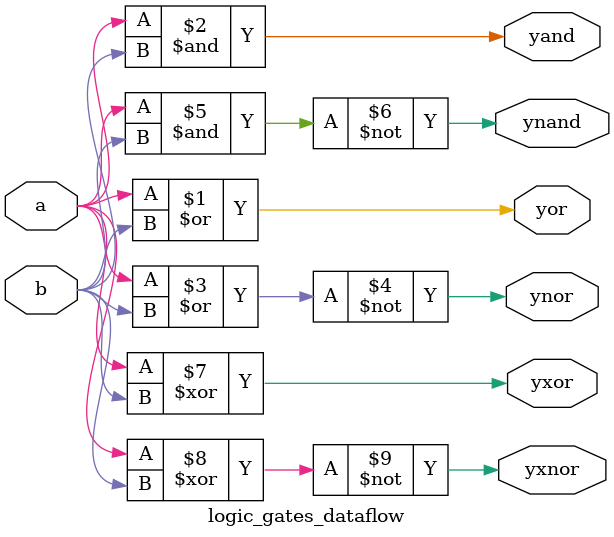
<source format=v>
module logic_gates_dataflow(a,b,yor,yand,ynor,ynand,yxor,yxnor);

input a,b;
output yor,yand,ynor,ynand,yxor,yxnor;

assign yor=a|b;
assign yand=a&b;
assign ynor=~(a|b);
assign ynand=~(a&b);
assign yxor=a^b;
assign yxnor=~(a^b);

endmodule

</source>
